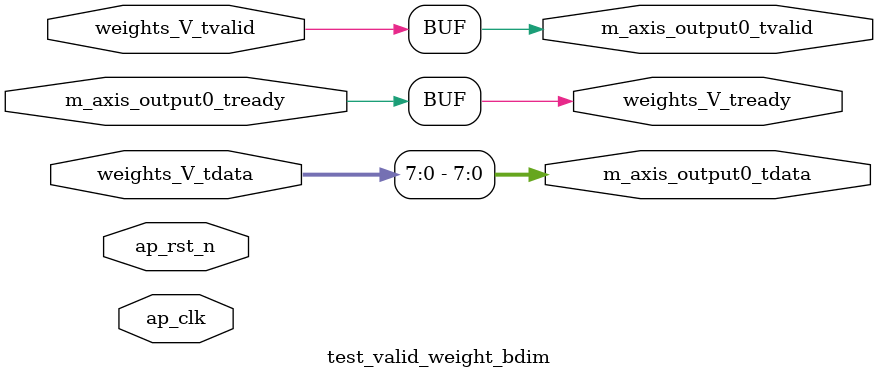
<source format=sv>


module test_valid_weight_bdim #(
    parameter WEIGHT_BDIM = 64,
    parameter WEIGHT_SDIM = 8,
    parameter WGT_SIZE = 32
)(
    input wire ap_clk,
    input wire ap_rst_n,
    
    input wire [31:0] weights_V_tdata,
    input wire weights_V_tvalid,
    output wire weights_V_tready,
    
    output wire [7:0] m_axis_output0_tdata,
    output wire m_axis_output0_tvalid,
    input wire m_axis_output0_tready
);

assign m_axis_output0_tdata = weights_V_tdata[7:0];
assign m_axis_output0_tvalid = weights_V_tvalid;
assign weights_V_tready = m_axis_output0_tready;

endmodule
</source>
